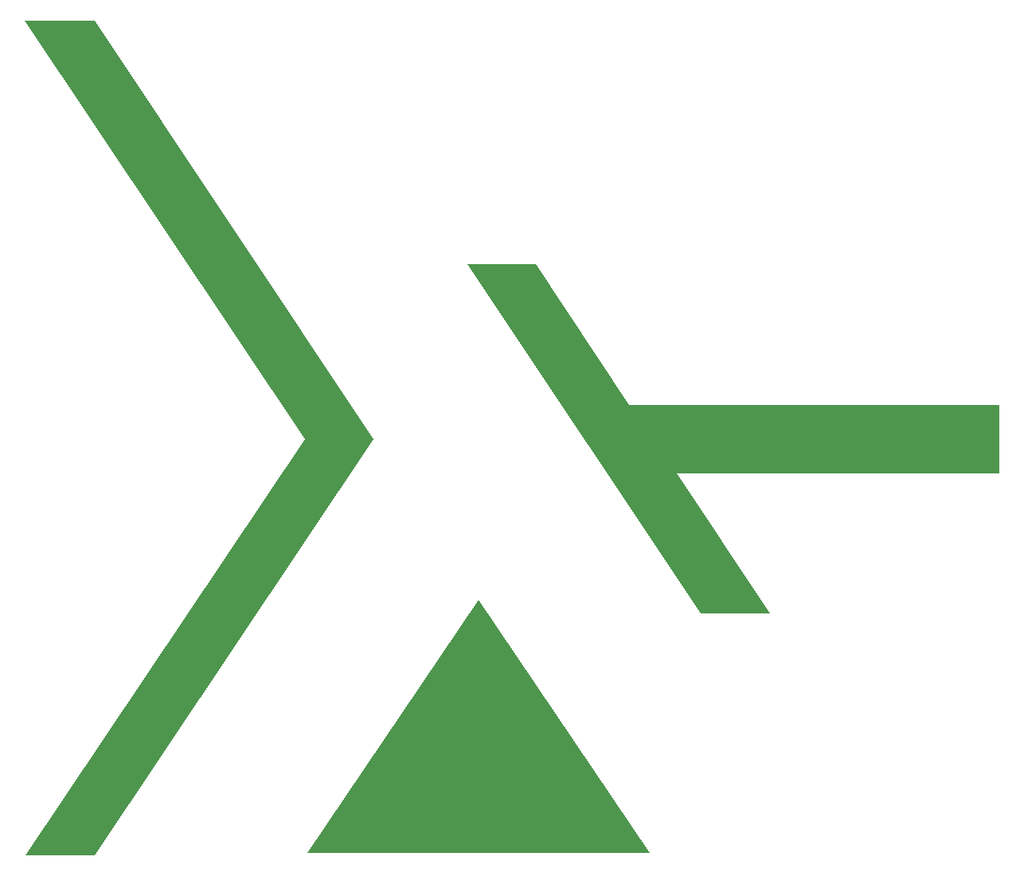
<source format=gbr>
G04*
G04 #@! TF.GenerationSoftware,Altium Limited,Altium Designer,20.2.6 (244)*
G04*
G04 Layer_Color=65535*
%FSLAX44Y44*%
%MOMM*%
G71*
G04*
G04 #@! TF.SameCoordinates,0F27BA18-1C3A-4387-AE1D-EB8F93CB1518*
G04*
G04*
G04 #@! TF.FilePolarity,Positive*
G04*
G01*
G75*
G36*
X2527000Y1720000D02*
X2921000D01*
Y1647000D01*
X2578000D01*
X2677000Y1498000D01*
X2603000D01*
X2355000Y1870000D01*
X2428000D01*
X2527000Y1720000D01*
D02*
G37*
G36*
X2549000Y1243000D02*
X2185000D01*
X2367000Y1513000D01*
X2549000Y1243000D01*
D02*
G37*
G36*
X2255000Y1684000D02*
X1959000Y1241000D01*
X1885000D01*
X2182000Y1684000D01*
X1884000Y2129000D01*
X1959000D01*
X2255000Y1684000D01*
D02*
G37*
M02*

</source>
